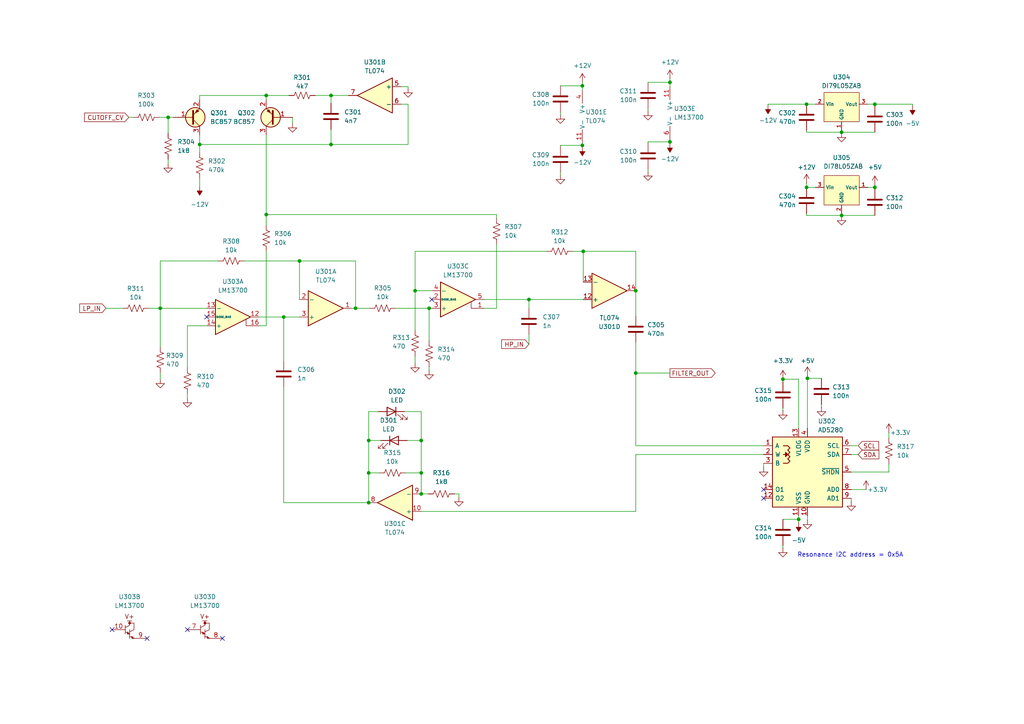
<source format=kicad_sch>
(kicad_sch (version 20231120) (generator "eeschema") (generator_version "8.0")
  (paper "A4")
  (lib_symbols
    (symbol "+12V_1" (power) (pin_numbers hide) (pin_names (offset 0) hide)
      (property "Value" "+12V" (at 0 3.556 0))
      (symbol "+12V_1_0_1"
        (polyline (pts (xy -0.762 1.27) (xy 0 2.54)))
        (polyline (pts (xy 0 0) (xy 0 2.54)))
        (polyline (pts (xy 0 2.54) (xy 0.762 1.27)))
      )
      (symbol "+12V_1_1_1"
        (pin power_in line (at 0 0 90) (length 0) (name "~") (number "1"))
      )
    )
    (symbol "Amplifier_Operational:LM13700" (pin_names (offset 0.127))
      (property "Reference" "U" (at 3.81 5.08 0))
      (property "Value" "LM13700" (at 5.08 -5.08 0))
      (symbol "LM13700_1_1"
        (polyline (pts (xy 3.81 -0.635) (xy 3.81 -2.54) (xy 5.08 -2.54)))
        (polyline (pts (xy 5.08 0) (xy -5.08 -5.08) (xy -5.08 5.08) (xy 5.08 0)) (stroke (width 0.254)) (fill (type background)))
        (pin output line (at 7.62 0 180) (length 2.54) (name "~") (number "12"))
        (pin input line (at -7.62 2.54 0) (length 2.54) (name "-") (number "13"))
        (pin input line (at -7.62 -2.54 0) (length 2.54) (name "+") (number "14"))
        (pin input line (at -7.62 0 0) (length 2.54) (name "DIODE_BIAS") (number "15"))
        (pin input line (at 7.62 -2.54 180) (length 2.54) (name "~") (number "16"))
      )
      (symbol "LM13700_2_0"
        (polyline (pts (xy -1.905 2.54) (xy -3.175 2.54)))
      )
      (symbol "LM13700_2_1"
        (circle (center -2.54 1.905) (radius 0.254) (stroke (width 0.254)) (fill (type outline)))
        (polyline (pts (xy -3.81 -0.635) (xy -2.54 -1.27)))
        (polyline (pts (xy -3.81 1.27) (xy -3.81 -1.27)))
        (polyline (pts (xy -2.54 -1.905) (xy -1.27 -2.54)))
        (polyline (pts (xy -2.54 0) (xy -2.54 -2.54)))
        (polyline (pts (xy -3.81 0.635) (xy -2.54 1.27) (xy -2.54 1.905) (xy -2.54 2.54)))
        (polyline (pts (xy -2.54 -1.27) (xy -3.175 -0.635) (xy -3.175 -1.27) (xy -2.54 -1.27)) (fill (type outline)))
        (polyline (pts (xy -2.54 -0.635) (xy -1.27 0) (xy -1.27 1.905) (xy -2.54 1.905)))
        (polyline (pts (xy -1.27 -2.54) (xy -1.905 -1.905) (xy -1.905 -2.54) (xy -1.27 -2.54)) (fill (type outline)))
        (text "V+" (at -2.54 3.81 0) (effects (font (size 1.27 1.27))))
        (pin input line (at -7.62 0 0) (length 3.81) (name "~") (number "10"))
        (pin output line (at 2.54 -2.54 180) (length 3.81) (name "~") (number "9"))
      )
      (symbol "LM13700_3_1"
        (polyline (pts (xy 3.81 -0.635) (xy 3.81 -2.54) (xy 5.08 -2.54)))
        (polyline (pts (xy 5.08 0) (xy -5.08 -5.08) (xy -5.08 5.08) (xy 5.08 0)) (stroke (width 0.254)) (fill (type background)))
        (pin input line (at 7.62 -2.54 180) (length 2.54) (name "~") (number "1"))
        (pin input line (at -7.62 0 0) (length 2.54) (name "DIODE_BIAS") (number "2"))
        (pin input line (at -7.62 -2.54 0) (length 2.54) (name "+") (number "3"))
        (pin input line (at -7.62 2.54 0) (length 2.54) (name "-") (number "4"))
        (pin output line (at 7.62 0 180) (length 2.54) (name "~") (number "5"))
      )
      (symbol "LM13700_4_0"
        (polyline (pts (xy -3.175 2.54) (xy -1.905 2.54)))
        (text "V+" (at -2.54 3.81 0) (effects (font (size 1.27 1.27))))
      )
      (symbol "LM13700_4_1"
        (circle (center -2.54 1.905) (radius 0.254) (stroke (width 0.254)) (fill (type outline)))
        (polyline (pts (xy -3.81 -0.635) (xy -2.54 -1.27)))
        (polyline (pts (xy -3.81 1.27) (xy -3.81 -1.27)))
        (polyline (pts (xy -2.54 -1.905) (xy -1.27 -2.54)))
        (polyline (pts (xy -2.54 0) (xy -2.54 -2.54)))
        (polyline (pts (xy -3.81 0.635) (xy -2.54 1.27) (xy -2.54 2.54)))
        (polyline (pts (xy -2.54 -1.27) (xy -3.175 -0.635) (xy -3.175 -1.27) (xy -2.54 -1.27)) (fill (type outline)))
        (polyline (pts (xy -2.54 -0.635) (xy -1.27 0) (xy -1.27 1.905) (xy -2.54 1.905)))
        (polyline (pts (xy -1.27 -2.54) (xy -1.905 -1.905) (xy -1.905 -2.54) (xy -1.27 -2.54)) (fill (type outline)))
        (pin input line (at -7.62 0 0) (length 3.81) (name "~") (number "7"))
        (pin output line (at 2.54 -2.54 180) (length 3.81) (name "~") (number "8"))
      )
      (symbol "LM13700_5_1"
        (pin power_in line (at -2.54 7.62 270) (length 3.81) (name "V+") (number "11"))
        (pin power_in line (at -2.54 -7.62 90) (length 3.81) (name "V-") (number "6"))
      )
    )
    (symbol "Amplifier_Operational:TL074" (pin_names (offset 0.127))
      (property "Reference" "U" (at 0 5.08 0))
      (property "Value" "TL074" (at 0 -5.08 0))
      (symbol "TL074_1_1"
        (polyline (pts (xy -5.08 5.08) (xy 5.08 0) (xy -5.08 -5.08) (xy -5.08 5.08)) (stroke (width 0.254)) (fill (type background)))
        (pin output line (at 7.62 0 180) (length 2.54) (name "~") (number "1"))
        (pin input line (at -7.62 -2.54 0) (length 2.54) (name "-") (number "2"))
        (pin input line (at -7.62 2.54 0) (length 2.54) (name "+") (number "3"))
      )
      (symbol "TL074_2_1"
        (polyline (pts (xy -5.08 5.08) (xy 5.08 0) (xy -5.08 -5.08) (xy -5.08 5.08)) (stroke (width 0.254)) (fill (type background)))
        (pin input line (at -7.62 2.54 0) (length 2.54) (name "+") (number "5"))
        (pin input line (at -7.62 -2.54 0) (length 2.54) (name "-") (number "6"))
        (pin output line (at 7.62 0 180) (length 2.54) (name "~") (number "7"))
      )
      (symbol "TL074_3_1"
        (polyline (pts (xy -5.08 5.08) (xy 5.08 0) (xy -5.08 -5.08) (xy -5.08 5.08)) (stroke (width 0.254)) (fill (type background)))
        (pin input line (at -7.62 2.54 0) (length 2.54) (name "+") (number "10"))
        (pin output line (at 7.62 0 180) (length 2.54) (name "~") (number "8"))
        (pin input line (at -7.62 -2.54 0) (length 2.54) (name "-") (number "9"))
      )
      (symbol "TL074_4_1"
        (polyline (pts (xy -5.08 5.08) (xy 5.08 0) (xy -5.08 -5.08) (xy -5.08 5.08)) (stroke (width 0.254)) (fill (type background)))
        (pin input line (at -7.62 2.54 0) (length 2.54) (name "+") (number "12"))
        (pin input line (at -7.62 -2.54 0) (length 2.54) (name "-") (number "13"))
        (pin output line (at 7.62 0 180) (length 2.54) (name "~") (number "14"))
      )
      (symbol "TL074_5_1"
        (pin power_in line (at -2.54 -7.62 90) (length 3.81) (name "V-") (number "11"))
        (pin power_in line (at -2.54 7.62 270) (length 3.81) (name "V+") (number "4"))
      )
    )
    (symbol "Device:C" (pin_numbers hide) (pin_names (offset 0.254))
      (property "Reference" "C" (at 0.635 2.54 0))
      (property "Value" "C" (at 0.635 -2.54 0))
      (symbol "C_0_1"
        (polyline (pts (xy -2.032 -0.762) (xy 2.032 -0.762)) (stroke (width 0.508)))
        (polyline (pts (xy -2.032 0.762) (xy 2.032 0.762)) (stroke (width 0.508)))
      )
      (symbol "C_1_1"
        (pin passive line (at 0 3.81 270) (length 2.794) (name "~") (number "1"))
        (pin passive line (at 0 -3.81 90) (length 2.794) (name "~") (number "2"))
      )
    )
    (symbol "Device:LED" (pin_numbers hide) (pin_names (offset 1.016) hide)
      (property "Reference" "D" (at 0 2.54 0))
      (property "Value" "LED" (at 0 -2.54 0))
      (symbol "LED_0_1"
        (polyline (pts (xy -1.27 -1.27) (xy -1.27 1.27)) (stroke (width 0.254)))
        (polyline (pts (xy -1.27 0) (xy 1.27 0)))
        (polyline (pts (xy 1.27 -1.27) (xy 1.27 1.27) (xy -1.27 0) (xy 1.27 -1.27)) (stroke (width 0.254)))
        (polyline (pts (xy -3.048 -0.762) (xy -4.572 -2.286) (xy -3.81 -2.286) (xy -4.572 -2.286) (xy -4.572 -1.524)))
        (polyline (pts (xy -1.778 -0.762) (xy -3.302 -2.286) (xy -2.54 -2.286) (xy -3.302 -2.286) (xy -3.302 -1.524)))
      )
      (symbol "LED_1_1"
        (pin passive line (at -3.81 0 0) (length 2.54) (name "K") (number "1"))
        (pin passive line (at 3.81 0 180) (length 2.54) (name "A") (number "2"))
      )
    )
    (symbol "Device:R_US" (pin_numbers hide) (pin_names (offset 0))
      (property "Reference" "R" (at 2.54 0 90))
      (property "Value" "R_US" (at -2.54 0 90))
      (symbol "R_US_0_1"
        (polyline (pts (xy 0 -2.286) (xy 0 -2.54)))
        (polyline (pts (xy 0 2.286) (xy 0 2.54)))
        (polyline (pts (xy 0 -0.762) (xy 1.016 -1.143) (xy 0 -1.524) (xy -1.016 -1.905) (xy 0 -2.286)))
        (polyline (pts (xy 0 0.762) (xy 1.016 0.381) (xy 0 0) (xy -1.016 -0.381) (xy 0 -0.762)))
        (polyline (pts (xy 0 2.286) (xy 1.016 1.905) (xy 0 1.524) (xy -1.016 1.143) (xy 0 0.762)))
      )
      (symbol "R_US_1_1"
        (pin passive line (at 0 3.81 270) (length 1.27) (name "~") (number "1"))
        (pin passive line (at 0 -3.81 90) (length 1.27) (name "~") (number "2"))
      )
    )
    (symbol "GND_1" (power) (pin_numbers hide) (pin_names (offset 0) hide)
      (symbol "GND_1_0_1"
        (polyline (pts (xy 0 0) (xy 0 -1.27) (xy 1.27 -1.27) (xy 0 -2.54) (xy -1.27 -1.27) (xy 0 -1.27)))
      )
      (symbol "GND_1_1_1"
        (pin power_in line (at 0 0 270) (length 0) (name "~") (number "1"))
      )
    )
    (symbol "PCM_Transistor_BJT_AKL:BC858" (pin_names hide)
      (property "Reference" "Q" (at 5.08 1.27 0))
      (property "Value" "BC858" (at 5.08 -1.27 0))
      (symbol "BC858_0_1"
        (polyline (pts (xy 0.635 -0.635) (xy 2.54 -2.54)))
        (polyline (pts (xy 0.635 -1.905) (xy 0.635 1.905) (xy 0.635 1.905)) (stroke (width 0.508)))
        (polyline (pts (xy 0.635 0.635) (xy 2.54 2.54) (xy 2.54 2.54)))
        (polyline (pts (xy 2.286 1.778) (xy 1.778 2.286) (xy 1.27 1.27) (xy 2.286 1.778) (xy 2.286 1.778)) (fill (type outline)))
        (circle (center 1.27 0) (radius 2.8194) (stroke (width 0.254)) (fill (type background)))
      )
      (symbol "BC858_1_1"
        (pin input line (at -5.08 0 0) (length 5.715) (name "B") (number "1"))
        (pin passive line (at 2.54 5.08 270) (length 2.54) (name "E") (number "2"))
        (pin passive line (at 2.54 -5.08 90) (length 2.54) (name "C") (number "3"))
      )
    )
    (symbol "Potentiometer_Digital:AD5280" (pin_names (offset 0.762))
      (property "Reference" "U" (at -7.62 11.43 0))
      (property "Value" "AD5280" (at 5.588 11.43 0))
      (symbol "AD5280_0_1"
        (rectangle (start -10.16 10.16) (end 10.16 -10.16) (stroke (width 0.254)) (fill (type background)))
        (polyline (pts (xy 6.985 5.08) (xy 6.35 5.08) (xy 5.715 5.08) (xy 6.35 5.715) (xy 6.35 4.445) (xy 5.715 5.08)) (stroke (width 0.254)) (fill (type outline)))
        (polyline (pts (xy 6.985 7.62) (xy 5.715 7.62) (xy 5.08 6.985) (xy 5.715 6.35) (xy 5.08 5.715) (xy 5.715 5.08) (xy 5.08 4.445) (xy 5.715 3.81) (xy 5.08 3.175) (xy 5.715 2.54) (xy 6.985 2.54)) (stroke (width 0.254)))
      )
      (symbol "AD5280_1_1"
        (pin passive line (at 12.7 7.62 180) (length 2.54) (name "A") (number "1"))
        (pin power_in line (at 0 -12.7 90) (length 2.54) (name "GND") (number "10"))
        (pin power_in line (at 2.54 -12.7 90) (length 2.54) (name "VSS") (number "11"))
        (pin output line (at 12.7 -7.62 180) (length 2.54) (name "O2") (number "12"))
        (pin power_in line (at 2.54 12.7 270) (length 2.54) (name "VLOG") (number "13"))
        (pin output line (at 12.7 -5.08 180) (length 2.54) (name "O1") (number "14"))
        (pin passive line (at 12.7 5.08 180) (length 2.54) (name "W") (number "2"))
        (pin passive line (at 12.7 2.54 180) (length 2.54) (name "B") (number "3"))
        (pin power_in line (at 0 12.7 270) (length 2.54) (name "VDD") (number "4"))
        (pin input line (at -12.7 0 0) (length 2.54) (name "~{SHDN}") (number "5"))
        (pin input line (at -12.7 7.62 0) (length 2.54) (name "SCL") (number "6"))
        (pin bidirectional line (at -12.7 5.08 0) (length 2.54) (name "SDA") (number "7"))
        (pin input line (at -12.7 -5.08 0) (length 2.54) (name "AD0") (number "8"))
        (pin input line (at -12.7 -7.62 0) (length 2.54) (name "AD1") (number "9"))
      )
    )
    (symbol "Regulator_Linear:DI78L05ZAB"
      (property "Reference" "U" (at 0 0 0))
      (property "Value" " DI78L05ZAB" (at 0 5.334 0))
      (symbol "DI78L05ZAB_1_1"
        (rectangle (start -5.1 3.4) (end 5.1 -5.1) (fill (type background)))
        (pin power_out line (at 7.62 0 180) (length 2.54) (name "Vout") (number "1"))
        (pin passive line (at 0 -7.62 90) (length 2.54) (name "GND") (number "2"))
        (pin power_in line (at -7.62 0 0) (length 2.54) (name "Vin") (number "3"))
      )
    )
    (symbol "Regulator_Linear:DI79L05ZAB"
      (property "Reference" "U" (at 0 0 0))
      (property "Value" "DI79L05ZAB" (at 0.254 4.826 0))
      (symbol "DI79L05ZAB_1_1"
        (rectangle (start -5.1 3.4) (end 5.1 -5.1) (fill (type background)))
        (pin passive line (at 0 -7.62 90) (length 2.54) (name "GND") (number "1"))
        (pin power_in line (at -7.62 0 0) (length 2.54) (name "Vin") (number "2"))
        (pin power_out line (at 7.62 0 180) (length 2.54) (name "Vout") (number "3"))
      )
    )
    (symbol "power:+12V" (power) (pin_names (offset 0))
      (property "Value" "+12V" (at 0 3.556 0))
      (symbol "+12V_0_1"
        (polyline (pts (xy -0.762 1.27) (xy 0 2.54)))
        (polyline (pts (xy 0 0) (xy 0 2.54)))
        (polyline (pts (xy 0 2.54) (xy 0.762 1.27)))
      )
      (symbol "+12V_1_1"
        (pin power_in line (at 0 0 90) (length 0) hide (name "+12V") (number "1"))
      )
    )
    (symbol "power:+3.3V" (power) (pin_numbers hide) (pin_names (offset 0) hide)
      (property "Value" "+3.3V" (at 0 3.556 0))
      (symbol "+3.3V_0_1"
        (polyline (pts (xy -0.762 1.27) (xy 0 2.54)))
        (polyline (pts (xy 0 0) (xy 0 2.54)))
        (polyline (pts (xy 0 2.54) (xy 0.762 1.27)))
      )
      (symbol "+3.3V_1_1"
        (pin power_in line (at 0 0 90) (length 0) (name "~") (number "1"))
      )
    )
    (symbol "power:+5V" (power) (pin_numbers hide) (pin_names (offset 0) hide)
      (property "Value" "+5V" (at 0 3.556 0))
      (symbol "+5V_0_1"
        (polyline (pts (xy -0.762 1.27) (xy 0 2.54)))
        (polyline (pts (xy 0 0) (xy 0 2.54)))
        (polyline (pts (xy 0 2.54) (xy 0.762 1.27)))
      )
      (symbol "+5V_1_1"
        (pin power_in line (at 0 0 90) (length 0) (name "~") (number "1"))
      )
    )
    (symbol "power:-12V" (power) (pin_names (offset 0))
      (property "Value" "-12V" (at 0 3.81 0))
      (symbol "-12V_0_0"
        (pin power_in line (at 0 0 90) (length 0) hide (name "-12V") (number "1"))
      )
      (symbol "-12V_0_1"
        (polyline (pts (xy 0 0) (xy 0 1.27) (xy 0.762 1.27) (xy 0 2.54) (xy -0.762 1.27) (xy 0 1.27)) (fill (type outline)))
      )
    )
    (symbol "power:-5V" (power) (pin_numbers hide) (pin_names (offset 0) hide)
      (property "Value" "-5V" (at 0 3.556 0))
      (symbol "-5V_0_0"
        (pin power_in line (at 0 0 90) (length 0) (name "~") (number "1"))
      )
      (symbol "-5V_0_1"
        (polyline (pts (xy 0 0) (xy 0 1.27) (xy 0.762 1.27) (xy 0 2.54) (xy -0.762 1.27) (xy 0 1.27)) (fill (type outline)))
      )
    )
    (symbol "power:GND" (power) (pin_names (offset 0))
      (symbol "GND_0_1"
        (polyline (pts (xy 0 0) (xy 0 -1.27) (xy 1.27 -1.27) (xy 0 -2.54) (xy -1.27 -1.27) (xy 0 -1.27)))
      )
      (symbol "GND_1_1"
        (pin power_in line (at 0 0 270) (length 0) hide (name "GND") (number "1"))
      )
    )
  )
  (junction (at 122.174 137.16))
  (junction (at 244.094 62.484))
  (junction (at 57.912 41.91))
  (junction (at 48.768 34.036))
  (junction (at 184.404 108.204))
  (junction (at 168.91 24.892))
  (junction (at 194.31 23.876))
  (junction (at 96.012 41.91))
  (junction (at 122.174 143.256))
  (junction (at 244.094 38.354))
  (junction (at 46.482 89.408))
  (junction (at 153.416 86.868))
  (junction (at 103.124 89.408))
  (junction (at 124.46 89.408))
  (junction (at 169.164 72.898))
  (junction (at 227.076 109.982))
  (junction (at 233.934 30.226))
  (junction (at 184.404 84.328))
  (junction (at 253.746 54.356))
  (junction (at 86.868 75.692))
  (junction (at 106.934 137.16))
  (junction (at 194.31 41.148))
  (junction (at 253.746 30.226))
  (junction (at 122.174 127.762))
  (junction (at 231.648 150.622))
  (junction (at 233.934 54.356))
  (junction (at 77.216 62.23))
  (junction (at 82.296 91.948))
  (junction (at 77.216 27.686))
  (junction (at 234.188 109.728))
  (junction (at 106.934 127.762))
  (junction (at 106.934 145.796))
  (junction (at 96.012 27.686))
  (junction (at 120.396 84.328))
  (junction (at 168.91 42.164))
  (no_connect (at 54.356 182.626))
  (no_connect (at 32.512 182.626))
  (no_connect (at 125.222 86.868))
  (no_connect (at 59.944 91.948))
  (no_connect (at 64.516 185.166))
  (no_connect (at 221.488 144.526))
  (no_connect (at 42.672 185.166))
  (no_connect (at 221.488 141.986))
  (wire (pts (xy 169.164 81.788) (xy 169.164 72.898)))
  (wire (pts (xy 117.602 137.16) (xy 122.174 137.16)))
  (wire (pts (xy 233.934 61.976) (xy 233.934 62.484)))
  (wire (pts (xy 162.56 42.418) (xy 162.56 42.164)))
  (wire (pts (xy 244.094 37.846) (xy 244.094 38.354)))
  (wire (pts (xy 70.866 75.692) (xy 86.868 75.692)))
  (wire (pts (xy 106.934 127.762) (xy 106.934 137.16)))
  (wire (pts (xy 236.474 54.356) (xy 233.934 54.356)))
  (wire (pts (xy 194.31 41.148) (xy 194.31 41.656)))
  (wire (pts (xy 86.868 86.868) (xy 86.868 75.692)))
  (wire (pts (xy 82.296 112.268) (xy 82.296 145.796)))
  (wire (pts (xy 114.808 89.408) (xy 124.46 89.408)))
  (wire (pts (xy 184.404 131.826) (xy 184.404 148.336)))
  (wire (pts (xy 103.124 89.408) (xy 107.188 89.408)))
  (wire (pts (xy 43.18 89.408) (xy 46.482 89.408)))
  (wire (pts (xy 82.296 91.948) (xy 75.184 91.948)))
  (wire (pts (xy 162.56 32.512) (xy 162.56 33.274)))
  (wire (pts (xy 244.094 38.354) (xy 244.094 38.608)))
  (wire (pts (xy 77.216 27.686) (xy 77.216 28.956)))
  (wire (pts (xy 233.934 62.484) (xy 244.094 62.484)))
  (wire (pts (xy 109.982 137.16) (xy 106.934 137.16)))
  (wire (pts (xy 162.56 50.038) (xy 162.56 50.8)))
  (wire (pts (xy 140.462 89.408) (xy 144.018 89.408)))
  (wire (pts (xy 253.746 30.226) (xy 253.746 30.734)))
  (wire (pts (xy 116.332 25.146) (xy 118.364 25.146)))
  (wire (pts (xy 124.46 106.426) (xy 124.46 107.442)))
  (wire (pts (xy 227.076 109.982) (xy 231.648 109.982)))
  (wire (pts (xy 106.934 137.16) (xy 106.934 145.796)))
  (wire (pts (xy 57.912 39.116) (xy 57.912 41.91)))
  (wire (pts (xy 244.094 61.976) (xy 244.094 62.484)))
  (wire (pts (xy 233.934 30.226) (xy 222.758 30.226)))
  (wire (pts (xy 77.216 94.488) (xy 77.216 72.898)))
  (wire (pts (xy 46.482 108.204) (xy 46.482 109.982)))
  (wire (pts (xy 106.934 145.796) (xy 82.296 145.796)))
  (wire (pts (xy 30.734 89.408) (xy 35.56 89.408)))
  (wire (pts (xy 168.91 24.892) (xy 168.91 26.162)))
  (wire (pts (xy 194.31 22.86) (xy 194.31 23.876)))
  (wire (pts (xy 118.364 25.146) (xy 118.364 25.654)))
  (wire (pts (xy 54.356 114.3) (xy 54.356 115.57)))
  (wire (pts (xy 168.91 42.164) (xy 168.91 42.672)))
  (wire (pts (xy 238.252 117.348) (xy 238.252 118.11)))
  (wire (pts (xy 106.934 119.38) (xy 106.934 127.762)))
  (wire (pts (xy 253.746 54.356) (xy 253.746 54.864)))
  (wire (pts (xy 246.888 136.906) (xy 257.81 136.906)))
  (wire (pts (xy 118.364 41.91) (xy 118.364 30.226)))
  (wire (pts (xy 264.668 30.226) (xy 253.746 30.226)))
  (wire (pts (xy 120.396 84.328) (xy 125.222 84.328)))
  (wire (pts (xy 153.416 86.868) (xy 169.164 86.868)))
  (wire (pts (xy 122.174 127.762) (xy 122.174 137.16)))
  (wire (pts (xy 86.868 75.692) (xy 103.124 75.692)))
  (wire (pts (xy 37.338 34.036) (xy 38.608 34.036)))
  (wire (pts (xy 48.768 34.036) (xy 50.292 34.036)))
  (wire (pts (xy 77.216 62.23) (xy 144.018 62.23)))
  (wire (pts (xy 231.648 150.622) (xy 231.648 151.638)))
  (wire (pts (xy 221.488 131.826) (xy 184.404 131.826)))
  (wire (pts (xy 227.076 109.982) (xy 227.076 110.744)))
  (wire (pts (xy 122.174 119.38) (xy 122.174 127.762)))
  (wire (pts (xy 102.108 89.408) (xy 103.124 89.408)))
  (wire (pts (xy 57.912 41.91) (xy 96.012 41.91)))
  (wire (pts (xy 54.356 106.68) (xy 54.356 94.488)))
  (wire (pts (xy 124.46 89.408) (xy 124.46 98.806)))
  (wire (pts (xy 231.648 149.606) (xy 231.648 150.622)))
  (wire (pts (xy 96.012 27.686) (xy 96.012 29.972)))
  (wire (pts (xy 162.56 42.164) (xy 168.91 42.164)))
  (wire (pts (xy 227.076 150.622) (xy 231.648 150.622)))
  (wire (pts (xy 57.912 27.686) (xy 77.216 27.686)))
  (wire (pts (xy 54.356 94.488) (xy 59.944 94.488)))
  (wire (pts (xy 96.012 41.91) (xy 118.364 41.91)))
  (wire (pts (xy 187.96 31.496) (xy 187.96 32.258)))
  (wire (pts (xy 244.094 62.484) (xy 253.746 62.484)))
  (wire (pts (xy 227.076 118.364) (xy 227.076 119.126)))
  (wire (pts (xy 244.094 62.484) (xy 244.094 62.738)))
  (wire (pts (xy 120.396 103.378) (xy 120.396 105.41)))
  (wire (pts (xy 187.96 41.148) (xy 194.31 41.148)))
  (wire (pts (xy 122.174 137.16) (xy 122.174 143.256)))
  (wire (pts (xy 184.404 84.328) (xy 184.404 91.694)))
  (wire (pts (xy 236.474 30.226) (xy 233.934 30.226)))
  (wire (pts (xy 144.018 89.408) (xy 144.018 70.866)))
  (wire (pts (xy 168.91 41.402) (xy 168.91 42.164)))
  (wire (pts (xy 158.496 72.898) (xy 120.396 72.898)))
  (wire (pts (xy 117.348 119.38) (xy 122.174 119.38)))
  (wire (pts (xy 184.404 129.286) (xy 221.488 129.286)))
  (wire (pts (xy 103.124 75.692) (xy 103.124 89.408)))
  (wire (pts (xy 75.184 94.488) (xy 77.216 94.488)))
  (wire (pts (xy 184.404 99.314) (xy 184.404 108.204)))
  (wire (pts (xy 221.488 134.366) (xy 221.488 135.636)))
  (wire (pts (xy 246.888 144.526) (xy 246.888 145.542)))
  (wire (pts (xy 106.934 127.762) (xy 110.49 127.762)))
  (wire (pts (xy 84.836 34.036) (xy 84.836 35.814)))
  (wire (pts (xy 48.768 46.228) (xy 48.768 47.498)))
  (wire (pts (xy 46.228 34.036) (xy 48.768 34.036)))
  (wire (pts (xy 120.396 72.898) (xy 120.396 84.328)))
  (wire (pts (xy 264.668 30.734) (xy 264.668 30.226)))
  (wire (pts (xy 86.868 91.948) (xy 82.296 91.948)))
  (wire (pts (xy 251.714 30.226) (xy 253.746 30.226)))
  (wire (pts (xy 96.012 27.686) (xy 101.092 27.686)))
  (wire (pts (xy 234.188 108.966) (xy 234.188 109.728)))
  (wire (pts (xy 124.46 89.408) (xy 125.222 89.408)))
  (wire (pts (xy 118.11 127.762) (xy 122.174 127.762)))
  (wire (pts (xy 187.96 49.022) (xy 187.96 49.784)))
  (wire (pts (xy 133.096 143.256) (xy 133.096 144.272)))
  (wire (pts (xy 244.094 38.354) (xy 253.746 38.354)))
  (wire (pts (xy 122.174 148.336) (xy 184.404 148.336)))
  (wire (pts (xy 222.758 30.226) (xy 222.758 30.48)))
  (wire (pts (xy 166.116 72.898) (xy 169.164 72.898)))
  (wire (pts (xy 140.462 86.868) (xy 153.416 86.868)))
  (wire (pts (xy 153.416 86.868) (xy 153.416 89.408)))
  (wire (pts (xy 257.81 125.476) (xy 257.81 127)))
  (wire (pts (xy 169.164 72.898) (xy 184.404 72.898)))
  (wire (pts (xy 48.768 34.036) (xy 48.768 38.608)))
  (wire (pts (xy 57.912 51.816) (xy 57.912 54.102)))
  (wire (pts (xy 122.174 143.256) (xy 124.206 143.256)))
  (wire (pts (xy 257.81 136.906) (xy 257.81 134.62)))
  (wire (pts (xy 96.012 37.592) (xy 96.012 41.91)))
  (wire (pts (xy 184.404 72.898) (xy 184.404 84.328)))
  (wire (pts (xy 251.714 54.356) (xy 253.746 54.356)))
  (wire (pts (xy 162.56 24.892) (xy 168.91 24.892)))
  (wire (pts (xy 118.364 30.226) (xy 116.332 30.226)))
  (wire (pts (xy 187.96 41.402) (xy 187.96 41.148)))
  (wire (pts (xy 144.018 62.23) (xy 144.018 63.246)))
  (wire (pts (xy 57.912 41.91) (xy 57.912 44.196)))
  (wire (pts (xy 184.404 108.204) (xy 194.31 108.204)))
  (wire (pts (xy 46.482 89.408) (xy 59.944 89.408)))
  (wire (pts (xy 246.888 141.986) (xy 251.206 141.986)))
  (wire (pts (xy 233.934 53.086) (xy 233.934 54.356)))
  (wire (pts (xy 82.296 91.948) (xy 82.296 104.648)))
  (wire (pts (xy 253.746 53.594) (xy 253.746 54.356)))
  (wire (pts (xy 238.252 109.728) (xy 234.188 109.728)))
  (wire (pts (xy 246.888 131.826) (xy 248.92 131.826)))
  (wire (pts (xy 234.188 109.728) (xy 234.188 124.206)))
  (wire (pts (xy 77.216 27.686) (xy 83.82 27.686)))
  (wire (pts (xy 246.888 129.286) (xy 248.92 129.286)))
  (wire (pts (xy 46.482 75.692) (xy 63.246 75.692)))
  (wire (pts (xy 194.31 40.386) (xy 194.31 41.148)))
  (wire (pts (xy 77.216 62.23) (xy 77.216 65.278)))
  (wire (pts (xy 234.188 149.606) (xy 234.188 150.876)))
  (wire (pts (xy 120.396 95.758) (xy 120.396 84.328)))
  (wire (pts (xy 168.91 23.876) (xy 168.91 24.892)))
  (wire (pts (xy 109.728 119.38) (xy 106.934 119.38)))
  (wire (pts (xy 231.648 109.982) (xy 231.648 124.206)))
  (wire (pts (xy 46.482 100.584) (xy 46.482 89.408)))
  (wire (pts (xy 184.404 108.204) (xy 184.404 129.286)))
  (wire (pts (xy 77.216 39.116) (xy 77.216 62.23)))
  (wire (pts (xy 233.934 38.354) (xy 244.094 38.354)))
  (wire (pts (xy 187.96 23.876) (xy 194.31 23.876)))
  (wire (pts (xy 46.482 89.408) (xy 46.482 75.692)))
  (wire (pts (xy 194.31 23.876) (xy 194.31 25.146)))
  (wire (pts (xy 57.912 28.956) (xy 57.912 27.686)))
  (wire (pts (xy 91.44 27.686) (xy 96.012 27.686)))
  (wire (pts (xy 233.934 37.846) (xy 233.934 38.354)))
  (wire (pts (xy 227.076 158.242) (xy 227.076 159.004)))
  (wire (pts (xy 131.826 143.256) (xy 133.096 143.256)))
  (wire (pts (xy 153.416 97.028) (xy 153.416 99.822)))
  (text "Resonance I2C address = 0x5A" (at 246.634 161.036 0) (effects (font (size 1.27 1.27))))
  (global_label "HP_IN" (shape input) (at 153.416 99.822 180) (property "Intersheetrefs" "${INTERSHEET_REFS}" (effects (hide yes))))
  (global_label "SCL" (shape input) (at 248.92 129.286 0) (property "Intersheetrefs" "${INTERSHEET_REFS}" (effects (hide yes))))
  (global_label "SDA" (shape input) (at 248.92 131.826 0) (property "Intersheetrefs" "${INTERSHEET_REFS}" (effects (hide yes))))
  (global_label "CUTOFF_CV" (shape input) (at 37.338 34.036 180) (property "Intersheetrefs" "${INTERSHEET_REFS}" (effects (hide yes))))
  (global_label "LP_IN" (shape input) (at 30.734 89.408 180) (property "Intersheetrefs" "${INTERSHEET_REFS}" (effects (hide yes))))
  (global_label "FILTER_OUT" (shape output) (at 194.31 108.204 0) (property "Intersheetrefs" "${INTERSHEET_REFS}" (effects (hide yes))))
  (symbol (lib_name "GND_1") (lib_id "power:GND") (at 227.076 159.004 0) (mirror y) (unit 1)
    (property "Reference" "#PWR0321" (effects (hide yes)))
    (property "Value" "GND" (effects (hide yes)))
    (property "Description" "Power symbol creates a global label with name \"GND\" , ground" (effects (hide yes)))
  )
  (symbol (lib_id "Device:C") (at 162.56 28.702 0) (mirror y) (unit 1)
    (property "Reference" "C308" (at 159.385 27.432 0) (effects (justify left)))
    (property "Value" "100n" (at 159.385 29.972 0) (effects (justify left)))
    (property "Footprint" "Capacitor_SMD:C_0805_2012Metric" (effects (hide yes)))
  )
  (symbol (lib_id "Device:C") (at 253.746 58.674 0) (unit 1)
    (property "Reference" "C312" (at 256.921 57.404 0) (effects (justify left)))
    (property "Value" "100n" (at 256.921 59.944 0) (effects (justify left)))
    (property "Footprint" "Capacitor_SMD:C_0805_2012Metric" (effects (hide yes)))
  )
  (symbol (lib_id "Device:R_US") (at 54.356 110.49 180) (unit 1)
    (property "Reference" "R310" (at 57.023 109.22 0) (effects (justify right)))
    (property "Value" "470" (at 57.023 111.76 0) (effects (justify right)))
    (property "Footprint" "Resistor_SMD:R_0805_2012Metric" (effects (hide yes)))
  )
  (symbol (lib_id "Device:LED") (at 114.3 127.762 0) (unit 1)
    (property "Reference" "D301" (at 112.7125 121.92 0))
    (property "Value" "LED" (at 112.7125 124.46 0))
    (property "Footprint" "LED_SMD:LED_0805_2012Metric" (effects (hide yes)))
  )
  (symbol (lib_id "Device:R_US") (at 257.81 130.81 0) (unit 1)
    (property "Reference" "R317" (at 260.096 129.54 0) (effects (justify left)))
    (property "Value" "10k" (at 260.096 132.08 0) (effects (justify left)))
    (property "Footprint" "Resistor_SMD:R_0805_2012Metric" (effects (hide yes)))
  )
  (symbol (lib_id "Amplifier_Operational:TL074") (at 166.37 33.782 0) (mirror y) (unit 5)
    (property "Reference" "U301" (at 169.799 32.512 0) (effects (justify right)))
    (property "Value" "TL074" (at 169.799 35.052 0) (effects (justify right)))
    (property "Footprint" "Package_SO:SOIC-14_3.9x8.7mm_P1.27mm" (effects (hide yes)))
    (property "Datasheet" "http://www.ti.com/lit/ds/symlink/tl071.pdf" (effects (hide yes)))
  )
  (symbol (lib_id "power:-5V") (at 231.648 151.638 180) (unit 1)
    (property "Reference" "#PWR0317" (effects (hide yes)))
    (property "Value" "-5V" (at 231.648 156.718 0))
    (property "Description" "Power symbol creates a global label with name \"-5V\"" (effects (hide yes)))
  )
  (symbol (lib_id "Device:R_US") (at 46.482 104.394 180) (unit 1)
    (property "Reference" "R309" (at 48.133 103.124 0) (effects (justify right)))
    (property "Value" "470" (at 48.133 105.664 0) (effects (justify right)))
    (property "Footprint" "Resistor_SMD:R_0805_2012Metric" (effects (hide yes)))
  )
  (symbol (lib_id "Amplifier_Operational:LM13700") (at 196.85 32.766 0) (unit 5)
    (property "Reference" "U303" (at 195.453 31.496 0) (effects (justify left)))
    (property "Value" "LM13700" (at 195.453 34.036 0) (effects (justify left)))
    (property "Footprint" "Package_SO:SOIC-16_3.9x9.9mm_P1.27mm" (effects (hide yes)))
    (property "Datasheet" "http://www.ti.com/lit/ds/symlink/lm13700.pdf" (effects (hide yes)))
  )
  (symbol (lib_id "power:GND") (at 120.396 105.41 0) (unit 1)
    (property "Reference" "#PWR0312" (effects (hide yes)))
    (property "Value" "GND" (effects (hide yes)))
  )
  (symbol (lib_id "Device:C") (at 82.296 108.458 0) (unit 1)
    (property "Reference" "C306" (at 86.233 107.188 0) (effects (justify left)))
    (property "Value" "1n" (at 86.233 109.728 0) (effects (justify left)))
    (property "Footprint" "Capacitor_SMD:C_0805_2012Metric" (effects (hide yes)))
  )
  (symbol (lib_name "GND_1") (lib_id "power:GND") (at 221.488 135.636 0) (unit 1)
    (property "Reference" "#PWR0330" (effects (hide yes)))
    (property "Value" "GND" (effects (hide yes)))
    (property "Description" "Power symbol creates a global label with name \"GND\" , ground" (effects (hide yes)))
  )
  (symbol (lib_id "Device:R_US") (at 57.912 48.006 180) (unit 1)
    (property "Reference" "R302" (at 60.325 46.736 0) (effects (justify right)))
    (property "Value" "470k" (at 60.325 49.276 0) (effects (justify right)))
    (property "Footprint" "Resistor_SMD:R_0805_2012Metric" (effects (hide yes)))
  )
  (symbol (lib_name "GND_1") (lib_id "power:GND") (at 238.252 118.11 0) (unit 1)
    (property "Reference" "#PWR0320" (effects (hide yes)))
    (property "Value" "GND" (effects (hide yes)))
    (property "Description" "Power symbol creates a global label with name \"GND\" , ground" (effects (hide yes)))
  )
  (symbol (lib_id "power:GND") (at 133.096 144.272 0) (unit 1)
    (property "Reference" "#PWR0316" (effects (hide yes)))
    (property "Value" "GND" (effects (hide yes)))
  )
  (symbol (lib_id "Device:C") (at 184.404 95.504 0) (unit 1)
    (property "Reference" "C305" (at 187.706 94.234 0) (effects (justify left)))
    (property "Value" "470n" (at 187.706 96.774 0) (effects (justify left)))
    (property "Footprint" "Capacitor_SMD:C_0805_2012Metric" (effects (hide yes)))
  )
  (symbol (lib_id "Regulator_Linear:DI78L05ZAB") (at 244.094 54.356 0) (unit 1)
    (property "Reference" "U305" (at 244.094 45.72 0))
    (property "Value" " DI78L05ZAB" (at 244.094 48.26 0))
    (property "Footprint" "Package_TO_SOT_THT:TO-92_HandSolder" (effects (hide yes)))
  )
  (symbol (lib_id "power:-5V") (at 264.668 30.734 180) (unit 1)
    (property "Reference" "#PWR0307" (effects (hide yes)))
    (property "Value" "-5V" (at 264.668 35.814 0))
    (property "Description" "Power symbol creates a global label with name \"-5V\"" (effects (hide yes)))
  )
  (symbol (lib_id "Device:C") (at 233.934 58.166 0) (unit 1)
    (property "Reference" "C304" (at 230.886 56.8959 0) (effects (justify right)))
    (property "Value" "470n" (at 230.886 59.4359 0) (effects (justify right)))
    (property "Footprint" "Capacitor_SMD:C_0805_2012Metric" (effects (hide yes)))
  )
  (symbol (lib_id "power:GND") (at 84.836 35.814 0) (unit 1)
    (property "Reference" "#PWR0301" (effects (hide yes)))
    (property "Value" "GND" (effects (hide yes)))
  )
  (symbol (lib_id "Device:R_US") (at 77.216 69.088 0) (unit 1)
    (property "Reference" "R306" (at 79.502 67.818 0) (effects (justify left)))
    (property "Value" "10k" (at 79.502 70.358 0) (effects (justify left)))
    (property "Footprint" "Resistor_SMD:R_0805_2012Metric" (effects (hide yes)))
  )
  (symbol (lib_id "power:GND") (at 244.094 38.608 0) (mirror y) (unit 1)
    (property "Reference" "#PWR0306" (effects (hide yes)))
    (property "Value" "GND" (effects (hide yes)))
  )
  (symbol (lib_id "Device:R_US") (at 120.396 99.568 180) (unit 1)
    (property "Reference" "R313" (at 113.792 97.917 0) (effects (justify right)))
    (property "Value" "470" (at 113.792 100.457 0) (effects (justify right)))
    (property "Footprint" "Resistor_SMD:R_0805_2012Metric" (effects (hide yes)))
  )
  (symbol (lib_id "Amplifier_Operational:LM13700") (at 61.976 182.626 0) (unit 4)
    (property "Reference" "U303" (at 59.436 173.101 0))
    (property "Value" "LM13700" (at 59.436 175.641 0))
    (property "Footprint" "Package_SO:SOIC-16_3.9x9.9mm_P1.27mm" (effects (hide yes)))
    (property "Datasheet" "http://www.ti.com/lit/ds/symlink/lm13700.pdf" (effects (hide yes)))
  )
  (symbol (lib_id "Device:C") (at 96.012 33.782 0) (unit 1)
    (property "Reference" "C301" (at 99.822 32.512 0) (effects (justify left)))
    (property "Value" "4n7" (at 99.822 35.052 0) (effects (justify left)))
    (property "Footprint" "Capacitor_SMD:C_0805_2012Metric" (effects (hide yes)))
  )
  (symbol (lib_id "power:GND") (at 54.356 115.57 0) (unit 1)
    (property "Reference" "#PWR0311" (effects (hide yes)))
    (property "Value" "GND" (effects (hide yes)))
  )
  (symbol (lib_id "Device:C") (at 227.076 114.554 0) (mirror y) (unit 1)
    (property "Reference" "C315" (at 223.901 113.284 0) (effects (justify left)))
    (property "Value" "100n" (at 223.901 115.824 0) (effects (justify left)))
    (property "Footprint" "Capacitor_SMD:C_0805_2012Metric" (effects (hide yes)))
  )
  (symbol (lib_name "+12V_1") (lib_id "power:+12V") (at 233.934 53.086 0) (unit 1)
    (property "Reference" "#PWR0308" (effects (hide yes)))
    (property "Value" "+12V" (at 233.934 48.514 0))
    (property "Description" "Power symbol creates a global label with name \"+12V\"" (effects (hide yes)))
  )
  (symbol (lib_id "PCM_Transistor_BJT_AKL:BC858") (at 79.756 34.036 0) (mirror y) (unit 1)
    (property "Reference" "Q302" (at 74.041 32.766 0) (effects (justify left)))
    (property "Value" "BC857" (at 74.041 35.306 0) (effects (justify left)))
    (property "Footprint" "PCM_4ms_Package_SOT:SOT-23" (effects (hide yes)))
    (property "Datasheet" "https://www.tme.eu/Document/c382caaa0cc481743f0c0197b727e2d1/BC856A.pdf" (effects (hide yes)))
  )
  (symbol (lib_id "Device:C") (at 187.96 45.212 0) (mirror y) (unit 1)
    (property "Reference" "C310" (at 184.785 43.942 0) (effects (justify left)))
    (property "Value" "100n" (at 184.785 46.482 0) (effects (justify left)))
    (property "Footprint" "Capacitor_SMD:C_0805_2012Metric" (effects (hide yes)))
  )
  (symbol (lib_id "Amplifier_Operational:LM13700") (at 67.564 91.948 0) (unit 1)
    (property "Reference" "U303" (at 67.564 81.661 0))
    (property "Value" "LM13700" (at 67.564 84.201 0))
    (property "Footprint" "Package_SO:SOIC-16_3.9x9.9mm_P1.27mm" (effects (hide yes)))
    (property "Datasheet" "http://www.ti.com/lit/ds/symlink/lm13700.pdf" (effects (hide yes)))
  )
  (symbol (lib_id "Device:R_US") (at 67.056 75.692 90) (unit 1)
    (property "Reference" "R308" (at 67.056 69.977 90))
    (property "Value" "10k" (at 67.056 72.517 90))
    (property "Footprint" "Resistor_SMD:R_0805_2012Metric" (effects (hide yes)))
  )
  (symbol (lib_name "GND_1") (lib_id "power:GND") (at 246.888 145.542 0) (mirror y) (unit 1)
    (property "Reference" "#PWR0332" (effects (hide yes)))
    (property "Value" "GND" (effects (hide yes)))
    (property "Description" "Power symbol creates a global label with name \"GND\" , ground" (effects (hide yes)))
  )
  (symbol (lib_id "Device:C") (at 238.252 113.538 0) (unit 1)
    (property "Reference" "C313" (at 241.427 112.268 0) (effects (justify left)))
    (property "Value" "100n" (at 241.427 114.808 0) (effects (justify left)))
    (property "Footprint" "Capacitor_SMD:C_0805_2012Metric" (effects (hide yes)))
  )
  (symbol (lib_id "Device:C") (at 227.076 154.432 0) (mirror y) (unit 1)
    (property "Reference" "C314" (at 223.901 153.162 0) (effects (justify left)))
    (property "Value" "100n" (at 223.901 155.702 0) (effects (justify left)))
    (property "Footprint" "Capacitor_SMD:C_0805_2012Metric" (effects (hide yes)))
  )
  (symbol (lib_id "Amplifier_Operational:TL074") (at 108.712 27.686 0) (mirror y) (unit 2)
    (property "Reference" "U301" (at 108.712 18.034 0))
    (property "Value" "TL074" (at 108.712 20.574 0))
    (property "Footprint" "Package_SO:SOIC-14_3.9x8.7mm_P1.27mm" (effects (hide yes)))
    (property "Datasheet" "http://www.ti.com/lit/ds/symlink/tl071.pdf" (effects (hide yes)))
  )
  (symbol (lib_id "PCM_Transistor_BJT_AKL:BC858") (at 55.372 34.036 0) (unit 1)
    (property "Reference" "Q301" (at 60.96 32.766 0) (effects (justify left)))
    (property "Value" "BC857" (at 60.96 35.306 0) (effects (justify left)))
    (property "Footprint" "PCM_4ms_Package_SOT:SOT-23" (effects (hide yes)))
    (property "Datasheet" "https://www.tme.eu/Document/c382caaa0cc481743f0c0197b727e2d1/BC856A.pdf" (effects (hide yes)))
  )
  (symbol (lib_id "power:-12V") (at 57.912 54.102 180) (unit 1)
    (property "Reference" "#PWR0304" (effects (hide yes)))
    (property "Value" "-12V" (at 57.912 59.309 0))
  )
  (symbol (lib_id "Device:C") (at 233.934 34.036 0) (unit 1)
    (property "Reference" "C302" (at 230.886 32.7659 0) (effects (justify right)))
    (property "Value" "470n" (at 230.886 35.3059 0) (effects (justify right)))
    (property "Footprint" "Capacitor_SMD:C_0805_2012Metric" (effects (hide yes)))
  )
  (symbol (lib_id "power:+3.3V") (at 251.206 141.986 0) (unit 1)
    (property "Reference" "#PWR0331" (effects (hide yes)))
    (property "Value" "+3.3V" (at 254.508 141.986 0))
    (property "Description" "Power symbol creates a global label with name \"+3.3V\"" (effects (hide yes)))
  )
  (symbol (lib_id "Amplifier_Operational:TL074") (at 94.488 89.408 0) (mirror x) (unit 1)
    (property "Reference" "U301" (at 94.488 78.74 0))
    (property "Value" "TL074" (at 94.488 81.28 0))
    (property "Footprint" "Package_SO:SOIC-14_3.9x8.7mm_P1.27mm" (effects (hide yes)))
    (property "Datasheet" "http://www.ti.com/lit/ds/symlink/tl071.pdf" (effects (hide yes)))
  )
  (symbol (lib_id "power:GND") (at 48.768 47.498 0) (unit 1)
    (property "Reference" "#PWR0303" (effects (hide yes)))
    (property "Value" "GND" (effects (hide yes)))
  )
  (symbol (lib_id "Amplifier_Operational:LM13700") (at 40.132 182.626 0) (unit 2)
    (property "Reference" "U303" (at 37.592 173.101 0))
    (property "Value" "LM13700" (at 37.592 175.641 0))
    (property "Footprint" "Package_SO:SOIC-16_3.9x9.9mm_P1.27mm" (effects (hide yes)))
    (property "Datasheet" "http://www.ti.com/lit/ds/symlink/lm13700.pdf" (effects (hide yes)))
  )
  (symbol (lib_id "Device:C") (at 187.96 27.686 0) (mirror y) (unit 1)
    (property "Reference" "C311" (at 184.785 26.416 0) (effects (justify left)))
    (property "Value" "100n" (at 184.785 28.956 0) (effects (justify left)))
    (property "Footprint" "Capacitor_SMD:C_0805_2012Metric" (effects (hide yes)))
  )
  (symbol (lib_id "power:GND") (at 187.96 49.784 0) (mirror y) (unit 1)
    (property "Reference" "#PWR0324" (effects (hide yes)))
    (property "Value" "GND" (effects (hide yes)))
  )
  (symbol (lib_id "power:GND") (at 244.094 62.738 0) (mirror y) (unit 1)
    (property "Reference" "#PWR0309" (effects (hide yes)))
    (property "Value" "GND" (effects (hide yes)))
  )
  (symbol (lib_id "Device:R_US") (at 162.306 72.898 90) (unit 1)
    (property "Reference" "R312" (at 162.306 67.31 90))
    (property "Value" "10k" (at 162.306 69.85 90))
    (property "Footprint" "Resistor_SMD:R_0805_2012Metric" (effects (hide yes)))
  )
  (symbol (lib_id "power:GND") (at 124.46 107.442 0) (unit 1)
    (property "Reference" "#PWR0313" (effects (hide yes)))
    (property "Value" "GND" (effects (hide yes)))
  )
  (symbol (lib_id "Device:C") (at 153.416 93.218 0) (unit 1)
    (property "Reference" "C307" (at 157.353 91.948 0) (effects (justify left)))
    (property "Value" "1n" (at 157.353 94.488 0) (effects (justify left)))
    (property "Footprint" "Capacitor_SMD:C_0805_2012Metric" (effects (hide yes)))
  )
  (symbol (lib_id "power:+3.3V") (at 257.81 125.476 0) (unit 1)
    (property "Reference" "#PWR0333" (effects (hide yes)))
    (property "Value" "+3.3V" (at 261.112 125.476 0))
    (property "Description" "Power symbol creates a global label with name \"+3.3V\"" (effects (hide yes)))
  )
  (symbol (lib_id "power:GND") (at 46.482 109.982 0) (unit 1)
    (property "Reference" "#PWR0310" (effects (hide yes)))
    (property "Value" "GND" (effects (hide yes)))
  )
  (symbol (lib_id "power:+12V") (at 194.31 22.86 0) (unit 1)
    (property "Reference" "#PWR0326" (effects (hide yes)))
    (property "Value" "+12V" (at 194.31 18.034 0))
  )
  (symbol (lib_id "Device:R_US") (at 128.016 143.256 270) (unit 1)
    (property "Reference" "R316" (at 128.016 137.16 90))
    (property "Value" "1k8" (at 128.016 139.7 90))
    (property "Footprint" "Resistor_SMD:R_0805_2012Metric" (effects (hide yes)))
  )
  (symbol (lib_id "Amplifier_Operational:LM13700") (at 132.842 86.868 0) (unit 3)
    (property "Reference" "U303" (at 132.842 77.216 0))
    (property "Value" "LM13700" (at 132.842 79.756 0))
    (property "Footprint" "Package_SO:SOIC-16_3.9x9.9mm_P1.27mm" (effects (hide yes)))
    (property "Datasheet" "http://www.ti.com/lit/ds/symlink/lm13700.pdf" (effects (hide yes)))
  )
  (symbol (lib_id "Potentiometer_Digital:AD5280") (at 234.188 136.906 0) (mirror y) (unit 1)
    (property "Reference" "U302" (at 237.2045 122.174 0) (effects (justify right)))
    (property "Value" "AD5280" (at 237.2045 124.714 0) (effects (justify right)))
    (property "Footprint" "Package_SO:TSSOP-14_4.4x5mm_P0.65mm" (effects (hide yes)))
    (property "Datasheet" "https://www.analog.com/media/en/technical-documentation/data-sheets/AD5280_5282.pdf" (effects (hide yes)))
    (property "Description" "Digital potentiometer, 256 position, single output, I2C interface" (effects (hide yes)))
  )
  (symbol (lib_name "GND_1") (lib_id "power:GND") (at 234.188 150.876 0) (mirror y) (unit 1)
    (property "Reference" "#PWR0328" (effects (hide yes)))
    (property "Value" "GND" (effects (hide yes)))
    (property "Description" "Power symbol creates a global label with name \"GND\" , ground" (effects (hide yes)))
  )
  (symbol (lib_id "power:-12V") (at 194.31 41.656 180) (unit 1)
    (property "Reference" "#PWR0327" (effects (hide yes)))
    (property "Value" "-12V" (at 194.31 46.101 0))
  )
  (symbol (lib_id "power:GND") (at 118.364 25.654 0) (unit 1)
    (property "Reference" "#PWR0302" (effects (hide yes)))
    (property "Value" "GND" (effects (hide yes)))
  )
  (symbol (lib_id "Device:R_US") (at 113.792 137.16 270) (unit 1)
    (property "Reference" "R315" (at 113.792 131.318 90))
    (property "Value" "10k" (at 113.792 133.858 90))
    (property "Footprint" "Resistor_SMD:R_0805_2012Metric" (effects (hide yes)))
  )
  (symbol (lib_id "power:-12V") (at 222.758 30.48 180) (unit 1)
    (property "Reference" "#PWR0305" (effects (hide yes)))
    (property "Value" "-12V" (at 222.758 34.925 0))
  )
  (symbol (lib_id "Device:R_US") (at 42.418 34.036 270) (unit 1)
    (property "Reference" "R303" (at 42.418 27.686 90))
    (property "Value" "100k" (at 42.418 30.226 90))
    (property "Footprint" "Resistor_SMD:R_0805_2012Metric" (effects (hide yes)))
  )
  (symbol (lib_id "Device:R_US") (at 124.46 102.616 180) (unit 1)
    (property "Reference" "R314" (at 126.873 101.346 0) (effects (justify right)))
    (property "Value" "470" (at 126.873 103.886 0) (effects (justify right)))
    (property "Footprint" "Resistor_SMD:R_0805_2012Metric" (effects (hide yes)))
  )
  (symbol (lib_id "Regulator_Linear:DI79L05ZAB") (at 244.094 30.226 0) (unit 1)
    (property "Reference" "U304" (at 244.094 22.352 0))
    (property "Value" "DI79L05ZAB" (at 244.094 24.892 0))
    (property "Footprint" "Package_TO_SOT_THT:TO-92_HandSolder" (effects (hide yes)))
    (property "Description" "Negative LDO regulator" (effects (hide yes)))
  )
  (symbol (lib_id "Device:R_US") (at 48.768 42.418 0) (unit 1)
    (property "Reference" "R304" (at 51.435 41.148 0) (effects (justify left)))
    (property "Value" "1k8" (at 51.435 43.688 0) (effects (justify left)))
    (property "Footprint" "Resistor_SMD:R_0805_2012Metric" (effects (hide yes)))
  )
  (symbol (lib_id "Device:R_US") (at 39.37 89.408 90) (unit 1)
    (property "Reference" "R311" (at 39.37 83.693 90))
    (property "Value" "10k" (at 39.37 86.233 90))
    (property "Footprint" "Resistor_SMD:R_0805_2012Metric" (effects (hide yes)))
  )
  (symbol (lib_id "power:+3.3V") (at 227.076 109.982 0) (unit 1)
    (property "Reference" "#PWR0329" (effects (hide yes)))
    (property "Value" "+3.3V" (at 227.076 104.648 0))
    (property "Description" "Power symbol creates a global label with name \"+3.3V\"" (effects (hide yes)))
  )
  (symbol (lib_id "power:+12V") (at 168.91 23.876 0) (unit 1)
    (property "Reference" "#PWR0318" (effects (hide yes)))
    (property "Value" "+12V" (at 168.91 19.05 0))
  )
  (symbol (lib_id "Device:C") (at 253.746 34.544 0) (unit 1)
    (property "Reference" "C303" (at 256.921 33.274 0) (effects (justify left)))
    (property "Value" "100n" (at 256.921 35.814 0) (effects (justify left)))
    (property "Footprint" "Capacitor_SMD:C_0805_2012Metric" (effects (hide yes)))
  )
  (symbol (lib_id "Device:R_US") (at 110.998 89.408 270) (unit 1)
    (property "Reference" "R305" (at 110.998 83.566 90))
    (property "Value" "10k" (at 110.998 86.106 90))
    (property "Footprint" "Resistor_SMD:R_0805_2012Metric" (effects (hide yes)))
  )
  (symbol (lib_id "power:GND") (at 187.96 32.258 0) (mirror y) (unit 1)
    (property "Reference" "#PWR0325" (effects (hide yes)))
    (property "Value" "GND" (effects (hide yes)))
  )
  (symbol (lib_name "GND_1") (lib_id "power:GND") (at 227.076 119.126 0) (unit 1)
    (property "Reference" "#PWR0334" (effects (hide yes)))
    (property "Value" "GND" (effects (hide yes)))
    (property "Description" "Power symbol creates a global label with name \"GND\" , ground" (effects (hide yes)))
  )
  (symbol (lib_id "power:-12V") (at 168.91 42.672 180) (unit 1)
    (property "Reference" "#PWR0319" (effects (hide yes)))
    (property "Value" "-12V" (at 168.91 47.117 0))
  )
  (symbol (lib_id "power:+5V") (at 234.188 108.966 0) (unit 1)
    (property "Reference" "#PWR0315" (effects (hide yes)))
    (property "Value" "+5V" (at 234.188 104.648 0))
    (property "Description" "Power symbol creates a global label with name \"+5V\"" (effects (hide yes)))
  )
  (symbol (lib_id "Device:R_US") (at 144.018 67.056 0) (unit 1)
    (property "Reference" "R307" (at 146.304 65.786 0) (effects (justify left)))
    (property "Value" "10k" (at 146.304 68.326 0) (effects (justify left)))
    (property "Footprint" "Resistor_SMD:R_0805_2012Metric" (effects (hide yes)))
  )
  (symbol (lib_id "Device:C") (at 162.56 46.228 0) (mirror y) (unit 1)
    (property "Reference" "C309" (at 159.385 44.958 0) (effects (justify left)))
    (property "Value" "100n" (at 159.385 47.498 0) (effects (justify left)))
    (property "Footprint" "Capacitor_SMD:C_0805_2012Metric" (effects (hide yes)))
  )
  (symbol (lib_id "Device:R_US") (at 87.63 27.686 90) (unit 1)
    (property "Reference" "R301" (at 87.63 22.479 90))
    (property "Value" "4k7" (at 87.63 25.019 90))
    (property "Footprint" "Resistor_SMD:R_0805_2012Metric" (effects (hide yes)))
  )
  (symbol (lib_id "Amplifier_Operational:TL074") (at 176.784 84.328 0) (mirror x) (unit 4)
    (property "Reference" "U301" (at 176.784 94.742 0))
    (property "Value" "TL074" (at 176.784 92.202 0))
    (property "Footprint" "Package_SO:SOIC-14_3.9x8.7mm_P1.27mm" (effects (hide yes)))
    (property "Datasheet" "http://www.ti.com/lit/ds/symlink/tl071.pdf" (effects (hide yes)))
  )
  (symbol (lib_id "power:GND") (at 162.56 33.274 0) (mirror y) (unit 1)
    (property "Reference" "#PWR0322" (effects (hide yes)))
    (property "Value" "GND" (effects (hide yes)))
  )
  (symbol (lib_id "Amplifier_Operational:TL074") (at 114.554 145.796 180) (unit 3)
    (property "Reference" "U301" (at 114.554 151.892 0))
    (property "Value" "TL074" (at 114.554 154.432 0))
    (property "Footprint" "Package_SO:SOIC-14_3.9x8.7mm_P1.27mm" (effects (hide yes)))
    (property "Datasheet" "http://www.ti.com/lit/ds/symlink/tl071.pdf" (effects (hide yes)))
  )
  (symbol (lib_id "power:+5V") (at 253.746 53.594 0) (unit 1)
    (property "Reference" "#PWR0314" (effects (hide yes)))
    (property "Value" "+5V" (at 253.746 48.514 0))
    (property "Description" "Power symbol creates a global label with name \"+5V\"" (effects (hide yes)))
  )
  (symbol (lib_id "Device:LED") (at 113.538 119.38 0) (mirror y) (unit 1)
    (property "Reference" "D302" (at 115.1255 113.538 0))
    (property "Value" "LED" (at 115.1255 116.078 0))
    (property "Footprint" "LED_SMD:LED_0805_2012Metric" (effects (hide yes)))
  )
  (symbol (lib_id "power:GND") (at 162.56 50.8 0) (mirror y) (unit 1)
    (property "Reference" "#PWR0323" (effects (hide yes)))
    (property "Value" "GND" (effects (hide yes)))
  )
)
</source>
